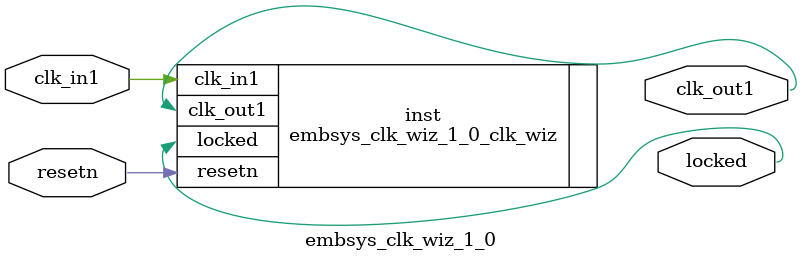
<source format=v>


`timescale 1ps/1ps

(* CORE_GENERATION_INFO = "embsys_clk_wiz_1_0,clk_wiz_v6_0_11_0_0,{component_name=embsys_clk_wiz_1_0,use_phase_alignment=true,use_min_o_jitter=false,use_max_i_jitter=false,use_dyn_phase_shift=false,use_inclk_switchover=false,use_dyn_reconfig=false,enable_axi=0,feedback_source=FDBK_AUTO,PRIMITIVE=MMCM,num_out_clk=1,clkin1_period=10.000,clkin2_period=10.000,use_power_down=false,use_reset=true,use_locked=true,use_inclk_stopped=false,feedback_type=SINGLE,CLOCK_MGR_TYPE=NA,manual_override=false}" *)

module embsys_clk_wiz_1_0 
 (
  // Clock out ports
  output        clk_out1,
  // Status and control signals
  input         resetn,
  output        locked,
 // Clock in ports
  input         clk_in1
 );

  embsys_clk_wiz_1_0_clk_wiz inst
  (
  // Clock out ports  
  .clk_out1(clk_out1),
  // Status and control signals               
  .resetn(resetn), 
  .locked(locked),
 // Clock in ports
  .clk_in1(clk_in1)
  );

endmodule

</source>
